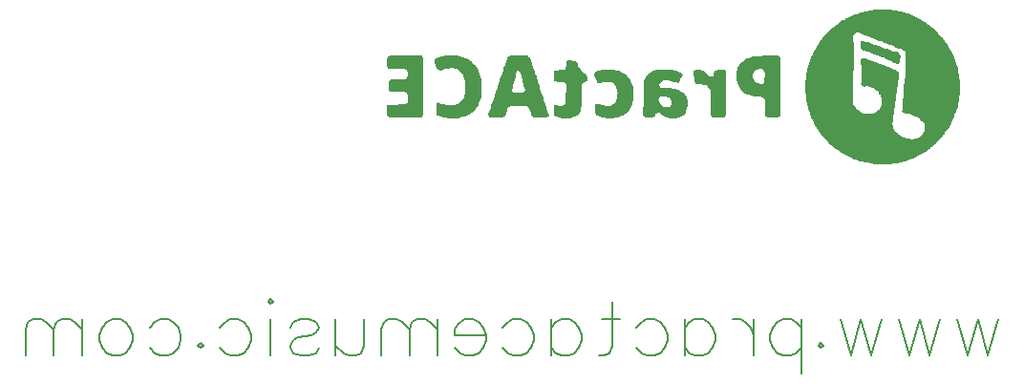
<source format=gbo>
G04 Layer: BottomSilkscreenLayer*
G04 EasyEDA v6.5.44, 2024-08-09 16:29:29*
G04 6a14bbe4783e4c45b3198a44848b54db,9d7ba2091113474d8fe43b4f46ca5270,10*
G04 Gerber Generator version 0.2*
G04 Scale: 100 percent, Rotated: No, Reflected: No *
G04 Dimensions in millimeters *
G04 leading zeros omitted , absolute positions ,4 integer and 5 decimal *
%FSLAX45Y45*%
%MOMM*%

%ADD10C,0.2030*%

%LPD*%
G36*
X8445804Y2779217D02*
G01*
X8431834Y2779064D01*
X8405926Y2778048D01*
X8394293Y2777236D01*
X8383778Y2776220D01*
X8374583Y2775051D01*
X8355939Y2771444D01*
X8279688Y2758084D01*
X8266734Y2755442D01*
X8256422Y2752750D01*
X8247430Y2749651D01*
X8238439Y2745841D01*
X8227314Y2740761D01*
X8221268Y2738272D01*
X8216087Y2736392D01*
X8212480Y2735326D01*
X8206384Y2733954D01*
X8200034Y2732227D01*
X8187334Y2728010D01*
X8181390Y2725674D01*
X8176006Y2723286D01*
X8171383Y2720949D01*
X8162696Y2715818D01*
X8155889Y2712466D01*
X8148218Y2709062D01*
X8127441Y2701290D01*
X8119364Y2697835D01*
X8114030Y2694635D01*
X8105749Y2687980D01*
X8100263Y2684475D01*
X8093557Y2680563D01*
X8079130Y2672740D01*
X8072272Y2668524D01*
X8066481Y2664510D01*
X8059216Y2658160D01*
X8054644Y2654554D01*
X8039404Y2644698D01*
X8034680Y2641346D01*
X8030768Y2638145D01*
X8025790Y2632964D01*
X8022640Y2630119D01*
X8019135Y2627325D01*
X8009432Y2620619D01*
X8004454Y2616657D01*
X7991957Y2605481D01*
X7974685Y2588869D01*
X7951317Y2565400D01*
X7924139Y2537358D01*
X7919974Y2532532D01*
X7916925Y2528519D01*
X7914284Y2523591D01*
X7911998Y2520289D01*
X7901533Y2507996D01*
X7897317Y2502357D01*
X7893354Y2496362D01*
X7887411Y2485694D01*
X7882585Y2477922D01*
X7881162Y2476144D01*
X7878978Y2473960D01*
X7873542Y2466898D01*
X7867548Y2457602D01*
X7862011Y2447594D01*
X7857134Y2437536D01*
X7854238Y2432354D01*
X7851343Y2427884D01*
X7846669Y2421991D01*
X7844078Y2417978D01*
X7841234Y2413050D01*
X7835646Y2401824D01*
X7833207Y2396286D01*
X7831277Y2391257D01*
X7830007Y2387092D01*
X7828991Y2384501D01*
X7827213Y2380894D01*
X7819644Y2368753D01*
X7817256Y2364486D01*
X7812938Y2354935D01*
X7809128Y2343759D01*
X7803997Y2324455D01*
X7798308Y2307437D01*
X7792466Y2292096D01*
X7787944Y2279040D01*
X7784084Y2265832D01*
X7780832Y2252370D01*
X7778140Y2238298D01*
X7775905Y2223363D01*
X7774178Y2209495D01*
X7766659Y2159304D01*
X7765186Y2146858D01*
X7763154Y2121966D01*
X7762290Y2097176D01*
X7762290Y2084832D01*
X7762595Y2072436D01*
X7763154Y2060092D01*
X7764018Y2047748D01*
X7766608Y2023059D01*
X7774253Y1973325D01*
X8184083Y1973325D01*
X8184337Y1980387D01*
X8184997Y1987448D01*
X8186724Y1999132D01*
X8187436Y2008987D01*
X8188045Y2024329D01*
X8188909Y2077008D01*
X8190992Y2394813D01*
X8190941Y2444038D01*
X8190382Y2473756D01*
X8189010Y2516073D01*
X8189163Y2528214D01*
X8189823Y2538018D01*
X8192617Y2557475D01*
X8198408Y2562809D01*
X8201456Y2565146D01*
X8205470Y2567482D01*
X8209940Y2569514D01*
X8214309Y2571089D01*
X8227059Y2574493D01*
X8230108Y2574594D01*
X8234070Y2574036D01*
X8238845Y2572918D01*
X8244128Y2571242D01*
X8255508Y2566670D01*
X8261096Y2563876D01*
X8270849Y2558237D01*
X8279536Y2553817D01*
X8289137Y2550058D01*
X8301075Y2546400D01*
X8314690Y2542540D01*
X8321141Y2540304D01*
X8326881Y2537968D01*
X8331250Y2535834D01*
X8341868Y2529992D01*
X8350808Y2525928D01*
X8360359Y2522778D01*
X8382660Y2517038D01*
X8391652Y2513990D01*
X8400186Y2510434D01*
X8417458Y2501849D01*
X8426602Y2498039D01*
X8436356Y2494635D01*
X8460181Y2487930D01*
X8469223Y2485034D01*
X8474710Y2482646D01*
X8479180Y2478887D01*
X8482482Y2476906D01*
X8492236Y2472334D01*
X8503767Y2467914D01*
X8509304Y2466187D01*
X8520582Y2463444D01*
X8530996Y2460498D01*
X8535466Y2458821D01*
X8539632Y2456942D01*
X8548014Y2452217D01*
X8556955Y2446426D01*
X8566099Y2441549D01*
X8570976Y2439466D01*
X8576056Y2437587D01*
X8587282Y2434386D01*
X8599474Y2431440D01*
X8606637Y2429205D01*
X8622385Y2423464D01*
X8636050Y2417521D01*
X8640724Y2415032D01*
X8643162Y2413203D01*
X8646210Y2408478D01*
X8650122Y2401519D01*
X8654643Y2392883D01*
X8654338Y2336901D01*
X8653526Y2307742D01*
X8651087Y2265019D01*
X8649055Y2217318D01*
X8647379Y2192680D01*
X8637981Y2091893D01*
X8634882Y2051964D01*
X8626754Y1932228D01*
X8624265Y1904644D01*
X8621877Y1883918D01*
X8621471Y1877923D01*
X8622284Y1872792D01*
X8624316Y1868525D01*
X8627719Y1864969D01*
X8632647Y1862023D01*
X8639149Y1859686D01*
X8647379Y1857806D01*
X8665718Y1855063D01*
X8674506Y1853336D01*
X8682786Y1851304D01*
X8737295Y1833168D01*
X8745982Y1829612D01*
X8752840Y1826006D01*
X8758783Y1821942D01*
X8777528Y1808327D01*
X8782151Y1804466D01*
X8788196Y1798472D01*
X8794902Y1791055D01*
X8801658Y1782927D01*
X8817051Y1763471D01*
X8819184Y1750669D01*
X8820048Y1744014D01*
X8820505Y1736902D01*
X8820607Y1729536D01*
X8820302Y1722120D01*
X8819692Y1714957D01*
X8818727Y1708251D01*
X8817406Y1702206D01*
X8815832Y1697126D01*
X8813749Y1692554D01*
X8810853Y1687525D01*
X8807348Y1682191D01*
X8803284Y1676704D01*
X8798814Y1671167D01*
X8789009Y1660347D01*
X8783878Y1655368D01*
X8778748Y1650796D01*
X8773718Y1646783D01*
X8768994Y1643430D01*
X8764524Y1640890D01*
X8759545Y1638757D01*
X8753246Y1636674D01*
X8745982Y1634693D01*
X8738158Y1632864D01*
X8730132Y1631289D01*
X8722309Y1630121D01*
X8715044Y1629359D01*
X8708796Y1629054D01*
X8702141Y1629257D01*
X8687562Y1630629D01*
X8672372Y1633118D01*
X8657691Y1636369D01*
X8644788Y1640179D01*
X8639352Y1642262D01*
X8634831Y1644294D01*
X8616137Y1655724D01*
X8605621Y1661566D01*
X8600084Y1665274D01*
X8594902Y1669237D01*
X8587232Y1676247D01*
X8580932Y1681581D01*
X8576919Y1684426D01*
X8574074Y1687169D01*
X8567470Y1694789D01*
X8560054Y1703933D01*
X8550656Y1715058D01*
X8548166Y1718767D01*
X8545931Y1722932D01*
X8543899Y1727606D01*
X8542070Y1732686D01*
X8540445Y1738223D01*
X8539022Y1744268D01*
X8535619Y1763725D01*
X8541258Y1798421D01*
X8542934Y1810969D01*
X8544204Y1822856D01*
X8544915Y1832610D01*
X8545118Y1841246D01*
X8545931Y1853793D01*
X8547455Y1868779D01*
X8549487Y1884781D01*
X8551875Y1900580D01*
X8554466Y1914804D01*
X8557666Y1930501D01*
X8560460Y1947468D01*
X8563559Y1969312D01*
X8566912Y1996287D01*
X8574786Y2065883D01*
X8578138Y2091029D01*
X8579916Y2101291D01*
X8584031Y2121814D01*
X8585860Y2132787D01*
X8589619Y2160930D01*
X8594090Y2201824D01*
X8590381Y2220823D01*
X8588248Y2228799D01*
X8587486Y2230374D01*
X8585352Y2231491D01*
X8573566Y2236165D01*
X8558326Y2241753D01*
X8546236Y2246680D01*
X8537498Y2250948D01*
X8534603Y2252776D01*
X8532825Y2254250D01*
X8532215Y2255469D01*
X8531250Y2256586D01*
X8526983Y2258466D01*
X8517534Y2261768D01*
X8500922Y2267204D01*
X8492744Y2270099D01*
X8484819Y2273300D01*
X8478113Y2276348D01*
X8469122Y2281478D01*
X8463026Y2284272D01*
X8456066Y2287066D01*
X8422894Y2297938D01*
X8410803Y2302459D01*
X8406231Y2304389D01*
X8402624Y2306167D01*
X8397189Y2309266D01*
X8393023Y2311095D01*
X8381593Y2315260D01*
X8367369Y2319629D01*
X8341309Y2326741D01*
X8328710Y2330958D01*
X8318093Y2334920D01*
X8314690Y2336495D01*
X8311540Y2338425D01*
X8303463Y2341778D01*
X8283752Y2348738D01*
X8273542Y2346096D01*
X8263636Y2343251D01*
X8258505Y2340254D01*
X8256574Y2335276D01*
X8256371Y2323236D01*
X8257540Y2302256D01*
X8259572Y2277922D01*
X8260334Y2265883D01*
X8261299Y2237384D01*
X8261553Y2206040D01*
X8261096Y2175662D01*
X8260029Y2149957D01*
X8259318Y2140000D01*
X8258403Y2132685D01*
X8255101Y2118664D01*
X8258251Y2113483D01*
X8261350Y2109419D01*
X8265566Y2105507D01*
X8271002Y2101697D01*
X8277707Y2097938D01*
X8281212Y2096465D01*
X8284972Y2095855D01*
X8290001Y2096007D01*
X8303107Y2097532D01*
X8308492Y2097735D01*
X8313928Y2097379D01*
X8319820Y2096363D01*
X8326475Y2094636D01*
X8334451Y2092096D01*
X8377529Y2075789D01*
X8401202Y2054555D01*
X8410295Y2045665D01*
X8411616Y2043887D01*
X8412327Y2042363D01*
X8417255Y2034895D01*
X8424672Y2024583D01*
X8427770Y2019960D01*
X8430260Y2015743D01*
X8432292Y2011680D01*
X8433968Y2007362D01*
X8435390Y2002637D01*
X8438184Y1990496D01*
X8439353Y1983689D01*
X8440064Y1976526D01*
X8440470Y1969058D01*
X8440470Y1961388D01*
X8440115Y1953768D01*
X8439454Y1946249D01*
X8438489Y1938934D01*
X8437219Y1932076D01*
X8435644Y1925675D01*
X8433765Y1919986D01*
X8431682Y1915058D01*
X8429345Y1911096D01*
X8421116Y1899818D01*
X8413953Y1890979D01*
X8407755Y1884425D01*
X8404961Y1881936D01*
X8391194Y1871624D01*
X8384286Y1865985D01*
X8380425Y1863445D01*
X8376310Y1861210D01*
X8371789Y1859280D01*
X8366759Y1857603D01*
X8361222Y1856181D01*
X8355025Y1854911D01*
X8348065Y1853793D01*
X8335772Y1852574D01*
X8322868Y1852269D01*
X8309762Y1852828D01*
X8296960Y1854098D01*
X8284921Y1856079D01*
X8274100Y1858721D01*
X8269325Y1860296D01*
X8265058Y1861972D01*
X8261299Y1863750D01*
X8242858Y1876247D01*
X8229600Y1885543D01*
X8223656Y1890420D01*
X8218779Y1895093D01*
X8215375Y1899208D01*
X8208619Y1908505D01*
X8200237Y1919325D01*
X8196935Y1923999D01*
X8193938Y1929079D01*
X8191347Y1934565D01*
X8189163Y1940407D01*
X8187334Y1946554D01*
X8185912Y1952955D01*
X8184896Y1959559D01*
X8184286Y1966366D01*
X8184083Y1973325D01*
X7774253Y1973325D01*
X7778902Y1941779D01*
X7781239Y1928977D01*
X7783931Y1917242D01*
X7787030Y1906270D01*
X7790637Y1895551D01*
X7798308Y1876247D01*
X7801660Y1866950D01*
X7804556Y1858162D01*
X7808264Y1844751D01*
X7811312Y1834794D01*
X7812887Y1830527D01*
X7816697Y1822399D01*
X7824774Y1807972D01*
X7828025Y1801164D01*
X7831226Y1793748D01*
X7836916Y1779270D01*
X7840268Y1772056D01*
X7843875Y1765554D01*
X7850631Y1755546D01*
X7857744Y1743506D01*
X7863586Y1731924D01*
X7867345Y1725574D01*
X7871358Y1719427D01*
X7883245Y1703476D01*
X7893558Y1687271D01*
X7897469Y1681734D01*
X7901584Y1676400D01*
X7909001Y1668018D01*
X7915402Y1660194D01*
X7919008Y1654962D01*
X7924800Y1647698D01*
X7933131Y1637995D01*
X7954009Y1615033D01*
X7964779Y1603705D01*
X7974634Y1593697D01*
X7982610Y1585976D01*
X7990078Y1579473D01*
X7998510Y1571752D01*
X8004098Y1566214D01*
X8010855Y1561134D01*
X8017611Y1557121D01*
X8021878Y1554073D01*
X8026349Y1550517D01*
X8034985Y1542999D01*
X8040268Y1539036D01*
X8045754Y1535430D01*
X8055609Y1529892D01*
X8060639Y1526743D01*
X8065312Y1523441D01*
X8073288Y1517142D01*
X8079536Y1513078D01*
X8086953Y1508760D01*
X8102092Y1500886D01*
X8108899Y1497076D01*
X8114334Y1493723D01*
X8122412Y1487525D01*
X8128762Y1483715D01*
X8137245Y1479600D01*
X8153501Y1472590D01*
X8164677Y1466799D01*
X8173415Y1461414D01*
X8181644Y1457045D01*
X8185962Y1455166D01*
X8196021Y1451660D01*
X8221573Y1444396D01*
X8227009Y1442466D01*
X8235340Y1438605D01*
X8244941Y1434693D01*
X8255812Y1431239D01*
X8268614Y1428140D01*
X8283956Y1425194D01*
X8302396Y1422247D01*
X8319973Y1419707D01*
X8336076Y1416862D01*
X8351570Y1413814D01*
X8362238Y1411274D01*
X8366506Y1409649D01*
X8374532Y1408074D01*
X8386876Y1406601D01*
X8402370Y1405382D01*
X8419846Y1404416D01*
X8438134Y1403908D01*
X8455101Y1403807D01*
X8482126Y1404416D01*
X8493658Y1405128D01*
X8504377Y1406144D01*
X8514638Y1407515D01*
X8524748Y1409242D01*
X8544763Y1413662D01*
X8569706Y1418336D01*
X8617458Y1426006D01*
X8631021Y1428699D01*
X8642146Y1431493D01*
X8651951Y1434744D01*
X8670290Y1442618D01*
X8683193Y1446987D01*
X8697518Y1451051D01*
X8709101Y1454708D01*
X8713673Y1456436D01*
X8721242Y1460042D01*
X8730996Y1466392D01*
X8736025Y1469186D01*
X8741867Y1472082D01*
X8765082Y1482445D01*
X8772499Y1486509D01*
X8778443Y1490675D01*
X8784844Y1495755D01*
X8788958Y1498346D01*
X8793124Y1500632D01*
X8800846Y1503934D01*
X8809431Y1508302D01*
X8818372Y1513738D01*
X8826601Y1519631D01*
X8833510Y1525168D01*
X8837980Y1528165D01*
X8852865Y1536649D01*
X8857843Y1539951D01*
X8862314Y1543405D01*
X8868613Y1549501D01*
X8872067Y1552448D01*
X8875623Y1555038D01*
X8881465Y1558594D01*
X8889085Y1564335D01*
X8899042Y1572717D01*
X8910320Y1582928D01*
X8922156Y1594104D01*
X8933586Y1605432D01*
X8943746Y1615998D01*
X8951722Y1624990D01*
X8957665Y1632559D01*
X8963456Y1638858D01*
X8967520Y1642313D01*
X8970467Y1645666D01*
X8980881Y1660042D01*
X8984742Y1665071D01*
X8988399Y1669338D01*
X8994343Y1675536D01*
X8998153Y1680413D01*
X9002318Y1686356D01*
X9010142Y1698701D01*
X9013952Y1704086D01*
X9017203Y1708200D01*
X9021927Y1713026D01*
X9025280Y1718056D01*
X9029141Y1724761D01*
X9037218Y1740458D01*
X9041485Y1748129D01*
X9045397Y1754581D01*
X9051290Y1762861D01*
X9054439Y1768398D01*
X9057538Y1774748D01*
X9065615Y1795170D01*
X9069628Y1804670D01*
X9072880Y1810969D01*
X9077604Y1817776D01*
X9079382Y1821027D01*
X9083141Y1829968D01*
X9087154Y1841906D01*
X9093301Y1863191D01*
X9095841Y1870608D01*
X9098686Y1877822D01*
X9103410Y1888286D01*
X9107068Y1897227D01*
X9110218Y1907032D01*
X9113062Y1918157D01*
X9115704Y1931263D01*
X9123578Y1981809D01*
X9135160Y2051659D01*
X9135160Y2129993D01*
X9117888Y2239975D01*
X9115552Y2252573D01*
X9112808Y2265019D01*
X9109659Y2276906D01*
X9106357Y2287625D01*
X9103004Y2296718D01*
X9098737Y2306421D01*
X9096146Y2313025D01*
X9093911Y2319578D01*
X9090101Y2333498D01*
X9085580Y2348484D01*
X9081058Y2360676D01*
X9078925Y2365451D01*
X9076893Y2369210D01*
X9070848Y2377643D01*
X9069070Y2380843D01*
X9067749Y2383739D01*
X9064904Y2391206D01*
X9059062Y2404719D01*
X9053525Y2415895D01*
X9050934Y2420366D01*
X9048597Y2423922D01*
X9043974Y2429560D01*
X9041587Y2433066D01*
X9039555Y2436571D01*
X9036913Y2443022D01*
X9032951Y2451354D01*
X9025940Y2464257D01*
X9024975Y2466492D01*
X9021165Y2471064D01*
X9015069Y2477871D01*
X9011361Y2482850D01*
X9007754Y2488336D01*
X9001607Y2499004D01*
X8998000Y2504287D01*
X8994343Y2509012D01*
X8988094Y2515412D01*
X8985300Y2518765D01*
X8983014Y2522016D01*
X8980678Y2526487D01*
X8977985Y2530602D01*
X8973362Y2536240D01*
X8966250Y2544013D01*
X8942578Y2568143D01*
X8913622Y2596743D01*
X8902954Y2606903D01*
X8894521Y2614574D01*
X8888171Y2620010D01*
X8883548Y2623362D01*
X8879179Y2626055D01*
X8872016Y2631948D01*
X8864498Y2639161D01*
X8859926Y2642870D01*
X8855252Y2646121D01*
X8847023Y2650896D01*
X8842603Y2653893D01*
X8838488Y2657144D01*
X8831935Y2663240D01*
X8828481Y2666187D01*
X8822232Y2670505D01*
X8804148Y2680055D01*
X8793480Y2686354D01*
X8780526Y2695346D01*
X8774023Y2698750D01*
X8765844Y2702407D01*
X8747404Y2709519D01*
X8739530Y2712974D01*
X8733485Y2716123D01*
X8726170Y2721152D01*
X8720074Y2723946D01*
X8711234Y2727198D01*
X8694013Y2732532D01*
X8672931Y2739847D01*
X8664854Y2743098D01*
X8657539Y2746603D01*
X8649258Y2750210D01*
X8640216Y2753156D01*
X8634933Y2754579D01*
X8621572Y2757373D01*
X8603234Y2760675D01*
X8562898Y2767228D01*
X8541308Y2771089D01*
X8537651Y2771952D01*
X8535365Y2772918D01*
X8531707Y2773883D01*
X8521039Y2775712D01*
X8506561Y2777185D01*
X8489289Y2778302D01*
X8474659Y2778861D01*
G37*
G36*
X8280400Y2498191D02*
G01*
X8265617Y2497023D01*
X8256778Y2496921D01*
X8253831Y2485339D01*
X8252764Y2480056D01*
X8252104Y2474468D01*
X8251799Y2468626D01*
X8251901Y2462682D01*
X8252358Y2456738D01*
X8253171Y2450947D01*
X8254339Y2445410D01*
X8255863Y2440279D01*
X8258505Y2433777D01*
X8261654Y2428240D01*
X8265414Y2423617D01*
X8269986Y2419756D01*
X8275472Y2416606D01*
X8282025Y2414016D01*
X8289848Y2411882D01*
X8305088Y2409037D01*
X8317738Y2406040D01*
X8329320Y2402535D01*
X8334044Y2400808D01*
X8337651Y2399233D01*
X8342325Y2396185D01*
X8349843Y2392375D01*
X8360409Y2388158D01*
X8373160Y2383840D01*
X8388858Y2378964D01*
X8398256Y2375458D01*
X8407146Y2371699D01*
X8421471Y2364638D01*
X8429904Y2361082D01*
X8438540Y2357780D01*
X8461654Y2350363D01*
X8469680Y2346909D01*
X8482888Y2339441D01*
X8486902Y2337409D01*
X8500567Y2331720D01*
X8516975Y2325522D01*
X8525459Y2321814D01*
X8533028Y2318004D01*
X8544102Y2311298D01*
X8550706Y2307691D01*
X8557666Y2304288D01*
X8579916Y2294686D01*
X8582558Y2293264D01*
X8586266Y2290876D01*
X8592921Y2299868D01*
X8596325Y2304897D01*
X8598509Y2309418D01*
X8599779Y2314498D01*
X8603183Y2342337D01*
X8605520Y2358034D01*
X8605977Y2363571D01*
X8605570Y2367127D01*
X8604453Y2369718D01*
X8601456Y2375408D01*
X8597747Y2383637D01*
X8593429Y2392019D01*
X8588552Y2397658D01*
X8582406Y2401062D01*
X8574227Y2402738D01*
X8555888Y2405430D01*
X8547608Y2407107D01*
X8540038Y2408986D01*
X8533180Y2411069D01*
X8527135Y2413254D01*
X8521954Y2415641D01*
X8514486Y2419959D01*
X8505088Y2423668D01*
X8491118Y2427681D01*
X8472170Y2432202D01*
X8460689Y2434640D01*
X8455914Y2435961D01*
X8450529Y2437892D01*
X8445246Y2440228D01*
X8431936Y2447340D01*
X8427364Y2449372D01*
X8417153Y2453081D01*
X8404758Y2456586D01*
X8390026Y2460193D01*
X8378698Y2463241D01*
X8370722Y2466086D01*
X8364321Y2469337D01*
X8357971Y2473350D01*
X8351672Y2476601D01*
X8346186Y2478227D01*
X8316925Y2485644D01*
X8302294Y2489657D01*
X8293100Y2492654D01*
X8290153Y2493924D01*
X8288172Y2495042D01*
X8285429Y2497378D01*
X8283295Y2498039D01*
G37*
G36*
X4635804Y2373528D02*
G01*
X4620768Y2373274D01*
X4605680Y2372410D01*
X4590948Y2371090D01*
X4576927Y2369261D01*
X4564024Y2367026D01*
X4552645Y2364435D01*
X4547616Y2362962D01*
X4536440Y2359152D01*
X4520641Y2354427D01*
X4506671Y2350820D01*
X4499356Y2348585D01*
X4492498Y2346198D01*
X4487011Y2343962D01*
X4475937Y2338933D01*
X4475937Y2325420D01*
X4476140Y2318156D01*
X4476953Y2312365D01*
X4478629Y2306929D01*
X4483862Y2295093D01*
X4486605Y2288032D01*
X4489246Y2280412D01*
X4493818Y2265222D01*
X4495952Y2258974D01*
X4498086Y2254046D01*
X4500372Y2250236D01*
X4503115Y2247188D01*
X4506468Y2244648D01*
X4510684Y2242362D01*
X4529328Y2234184D01*
X4535474Y2237790D01*
X4538522Y2239162D01*
X4543348Y2240889D01*
X4557217Y2244902D01*
X4574438Y2249322D01*
X4592523Y2253437D01*
X4608880Y2256637D01*
X4615637Y2257755D01*
X4620971Y2258364D01*
X4626864Y2258618D01*
X4633671Y2258415D01*
X4648301Y2257044D01*
X4655210Y2255977D01*
X4661204Y2254758D01*
X4665878Y2253437D01*
X4670348Y2251100D01*
X4686909Y2243886D01*
X4690922Y2241854D01*
X4694580Y2239619D01*
X4697984Y2237079D01*
X4701235Y2234184D01*
X4707940Y2226716D01*
X4714697Y2217928D01*
X4721453Y2209698D01*
X4726838Y2203653D01*
X4729022Y2200706D01*
X4730953Y2197455D01*
X4732680Y2193594D01*
X4734407Y2188819D01*
X4738268Y2175306D01*
X4742180Y2159406D01*
X4744974Y2146655D01*
X4747260Y2134463D01*
X4749088Y2122779D01*
X4750358Y2111400D01*
X4751171Y2100326D01*
X4751425Y2089353D01*
X4751171Y2078431D01*
X4750460Y2067509D01*
X4749190Y2056384D01*
X4747412Y2045004D01*
X4745075Y2033320D01*
X4742281Y2021128D01*
X4738928Y2008378D01*
X4735474Y1996693D01*
X4733899Y1992325D01*
X4732020Y1988312D01*
X4729581Y1984349D01*
X4726432Y1980031D01*
X4716881Y1969007D01*
X4701540Y1952802D01*
X4694224Y1946402D01*
X4690618Y1943862D01*
X4686909Y1941728D01*
X4682896Y1939848D01*
X4678426Y1938223D01*
X4667605Y1935225D01*
X4653178Y1932127D01*
X4641900Y1930247D01*
X4636363Y1929638D01*
X4624984Y1929130D01*
X4612538Y1929587D01*
X4598111Y1931060D01*
X4580890Y1933549D01*
X4560519Y1937054D01*
X4550968Y1938985D01*
X4542282Y1941017D01*
X4534458Y1943150D01*
X4527499Y1945335D01*
X4521352Y1947570D01*
X4516120Y1949957D01*
X4511700Y1952396D01*
X4504842Y1955495D01*
X4499864Y1954530D01*
X4496003Y1948891D01*
X4492447Y1937969D01*
X4491786Y1934464D01*
X4490872Y1922830D01*
X4490415Y1906981D01*
X4490415Y1889506D01*
X4490821Y1872996D01*
X4491736Y1860042D01*
X4493107Y1851964D01*
X4493920Y1848764D01*
X4495038Y1846021D01*
X4496562Y1843633D01*
X4498695Y1841601D01*
X4501642Y1839671D01*
X4505553Y1837893D01*
X4510633Y1836064D01*
X4525060Y1832000D01*
X4561840Y1822907D01*
X4574590Y1819960D01*
X4585462Y1817827D01*
X4595266Y1816354D01*
X4604969Y1815388D01*
X4615434Y1814830D01*
X4642205Y1814525D01*
X4660138Y1814728D01*
X4674717Y1815287D01*
X4686808Y1816354D01*
X4697374Y1818030D01*
X4707331Y1820367D01*
X4726584Y1826260D01*
X4745532Y1831035D01*
X4753102Y1833168D01*
X4759909Y1835404D01*
X4766106Y1837791D01*
X4771694Y1840331D01*
X4776774Y1843024D01*
X4781346Y1845919D01*
X4789728Y1852320D01*
X4793589Y1854962D01*
X4796688Y1856790D01*
X4800244Y1858060D01*
X4802886Y1859788D01*
X4810353Y1865934D01*
X4819497Y1874570D01*
X4829048Y1884324D01*
X4837531Y1893874D01*
X4843678Y1901901D01*
X4850739Y1911959D01*
X4853635Y1915668D01*
X4857394Y1919630D01*
X4859121Y1921865D01*
X4860899Y1924761D01*
X4862677Y1928317D01*
X4866640Y1938121D01*
X4877612Y1969719D01*
X4880406Y1976831D01*
X4884064Y1985060D01*
X4885537Y1988972D01*
X4888179Y1998370D01*
X4890465Y2009749D01*
X4892446Y2022856D01*
X4894021Y2037486D01*
X4895138Y2053437D01*
X4895850Y2070557D01*
X4896104Y2088540D01*
X4895850Y2107234D01*
X4895138Y2124405D01*
X4893970Y2140051D01*
X4892294Y2154275D01*
X4890109Y2167178D01*
X4887417Y2178710D01*
X4884267Y2189073D01*
X4875733Y2209647D01*
X4873802Y2214981D01*
X4870805Y2225141D01*
X4868722Y2231339D01*
X4866284Y2237486D01*
X4863642Y2243328D01*
X4860899Y2248763D01*
X4858207Y2253386D01*
X4855667Y2257145D01*
X4850790Y2262276D01*
X4847996Y2265934D01*
X4845354Y2270048D01*
X4840833Y2278532D01*
X4837887Y2283002D01*
X4834636Y2287168D01*
X4819650Y2302052D01*
X4811318Y2310993D01*
X4805527Y2316530D01*
X4800904Y2319934D01*
X4792573Y2324252D01*
X4788763Y2326741D01*
X4785156Y2329637D01*
X4779162Y2335174D01*
X4774742Y2338171D01*
X4769256Y2341270D01*
X4763109Y2344369D01*
X4756505Y2347264D01*
X4749850Y2349855D01*
X4743399Y2351989D01*
X4734102Y2354478D01*
X4723790Y2358339D01*
X4714544Y2362301D01*
X4710379Y2363774D01*
X4700524Y2366467D01*
X4689144Y2368854D01*
X4676698Y2370836D01*
X4663643Y2372309D01*
X4650435Y2373223D01*
G37*
G36*
X5251450Y2369566D02*
G01*
X5209641Y2369312D01*
X5178094Y2368854D01*
X5154523Y2368194D01*
X5131765Y2366822D01*
X5121757Y2346706D01*
X5116880Y2334869D01*
X5114391Y2326995D01*
X5111496Y2319629D01*
X5108041Y2313025D01*
X5103876Y2303221D01*
X5099507Y2290368D01*
X5094833Y2274214D01*
X5090972Y2259634D01*
X5087721Y2248763D01*
X5084267Y2238400D01*
X5080965Y2229764D01*
X5078069Y2223160D01*
X5074666Y2214016D01*
X5070906Y2202637D01*
X5067350Y2190445D01*
X5062677Y2172970D01*
X5056936Y2154478D01*
X5055057Y2149754D01*
X5050739Y2140813D01*
X5046624Y2129840D01*
X5042357Y2116175D01*
X5034991Y2088997D01*
X5032044Y2079193D01*
X5029250Y2070912D01*
X5026154Y2063394D01*
X5164531Y2063394D01*
X5164785Y2067102D01*
X5165547Y2072538D01*
X5168442Y2087270D01*
X5172506Y2104745D01*
X5177028Y2122220D01*
X5181396Y2136952D01*
X5183276Y2142388D01*
X5186324Y2149500D01*
X5187848Y2153767D01*
X5190947Y2165146D01*
X5194249Y2180488D01*
X5199430Y2209342D01*
X5203342Y2226360D01*
X5205069Y2231999D01*
X5206746Y2236216D01*
X5210403Y2243683D01*
X5211927Y2245969D01*
X5215026Y2249932D01*
X5225948Y2236622D01*
X5231028Y2229053D01*
X5235803Y2220366D01*
X5240172Y2210714D01*
X5244236Y2200046D01*
X5247843Y2188413D01*
X5251094Y2175865D01*
X5253939Y2162352D01*
X5259070Y2133904D01*
X5261457Y2122678D01*
X5263946Y2112721D01*
X5266791Y2103221D01*
X5270195Y2093315D01*
X5280609Y2065274D01*
X5270042Y2045766D01*
X5254294Y2042261D01*
X5245963Y2041194D01*
X5235346Y2040534D01*
X5222341Y2040178D01*
X5184394Y2040128D01*
X5178348Y2043887D01*
X5173421Y2047900D01*
X5169001Y2053183D01*
X5165801Y2058670D01*
X5164531Y2063394D01*
X5026154Y2063394D01*
X5019852Y2048764D01*
X5016296Y2038248D01*
X5012588Y2024786D01*
X5008981Y2010664D01*
X5005832Y1999792D01*
X5002580Y1989683D01*
X4999634Y1981606D01*
X4991658Y1963470D01*
X4988560Y1954072D01*
X4980025Y1921205D01*
X4977485Y1912213D01*
X4975301Y1905457D01*
X4971186Y1896567D01*
X4967478Y1887067D01*
X4962804Y1873961D01*
X4953203Y1844598D01*
X4959604Y1832000D01*
X4963261Y1826158D01*
X4964582Y1824634D01*
X4966004Y1824177D01*
X4969052Y1823720D01*
X4980076Y1823059D01*
X4997856Y1822602D01*
X5078018Y1822145D01*
X5097322Y1833270D01*
X5101437Y1835962D01*
X5104536Y1838858D01*
X5106873Y1842465D01*
X5108752Y1847291D01*
X5110480Y1853946D01*
X5116728Y1886153D01*
X5118912Y1895144D01*
X5121249Y1902155D01*
X5124043Y1907539D01*
X5127548Y1911705D01*
X5131968Y1915058D01*
X5137607Y1917903D01*
X5152898Y1923694D01*
X5297271Y1922983D01*
X5303672Y1917903D01*
X5309616Y1912213D01*
X5314797Y1905254D01*
X5319217Y1897024D01*
X5326837Y1876298D01*
X5328462Y1872843D01*
X5331358Y1864106D01*
X5336032Y1848307D01*
X5339080Y1840941D01*
X5342890Y1834845D01*
X5348173Y1828647D01*
X5353710Y1822704D01*
X5464098Y1822704D01*
X5473852Y1826463D01*
X5482386Y1830070D01*
X5487365Y1833372D01*
X5489752Y1837182D01*
X5490514Y1842566D01*
X5490413Y1846224D01*
X5489803Y1849221D01*
X5488635Y1851863D01*
X5482691Y1859889D01*
X5478881Y1867662D01*
X5475681Y1876704D01*
X5473496Y1886102D01*
X5470398Y1900885D01*
X5466334Y1916684D01*
X5462219Y1930146D01*
X5460390Y1934921D01*
X5455412Y1944471D01*
X5451754Y1953463D01*
X5448503Y1963470D01*
X5446064Y1973224D01*
X5442661Y1988210D01*
X5438394Y2003094D01*
X5433669Y2016556D01*
X5431282Y2022348D01*
X5426202Y2033422D01*
X5423408Y2041093D01*
X5420817Y2049424D01*
X5412638Y2082038D01*
X5408472Y2094890D01*
X5406237Y2100681D01*
X5398770Y2117090D01*
X5396230Y2123795D01*
X5394045Y2130704D01*
X5392420Y2137003D01*
X5388305Y2155291D01*
X5384139Y2170176D01*
X5379669Y2182723D01*
X5372150Y2199741D01*
X5369255Y2207869D01*
X5366410Y2217267D01*
X5357012Y2253183D01*
X5353202Y2264918D01*
X5348986Y2275078D01*
X5346446Y2280412D01*
X5343601Y2287168D01*
X5340604Y2295804D01*
X5337759Y2305405D01*
X5333238Y2324150D01*
X5329072Y2339238D01*
X5327548Y2343454D01*
X5322925Y2350262D01*
X5315661Y2358085D01*
X5308244Y2364536D01*
X5303113Y2367229D01*
X5300827Y2367584D01*
X5299354Y2368550D01*
X5296763Y2368905D01*
X5279644Y2369413D01*
G37*
G36*
X7438085Y2367229D02*
G01*
X7393990Y2367076D01*
X7363155Y2366467D01*
X7351166Y2365857D01*
X7340600Y2365044D01*
X7330897Y2363978D01*
X7321448Y2362606D01*
X7300772Y2358694D01*
X7277353Y2353868D01*
X7259878Y2349804D01*
X7247128Y2346198D01*
X7237730Y2342540D01*
X7233920Y2340559D01*
X7227214Y2336038D01*
X7201916Y2316124D01*
X7197191Y2311857D01*
X7187996Y2302103D01*
X7183831Y2297023D01*
X7180173Y2292045D01*
X7177176Y2287320D01*
X7164070Y2259025D01*
X7160412Y2249830D01*
X7157669Y2241042D01*
X7155738Y2231898D01*
X7154418Y2221636D01*
X7153554Y2209596D01*
X7153220Y2201570D01*
X7297318Y2201570D01*
X7304786Y2222652D01*
X7307630Y2228697D01*
X7310831Y2233574D01*
X7314590Y2237486D01*
X7319213Y2240737D01*
X7324852Y2243480D01*
X7331862Y2245918D01*
X7340447Y2248306D01*
X7350556Y2250592D01*
X7359599Y2251913D01*
X7367625Y2252319D01*
X7374737Y2251710D01*
X7381087Y2250135D01*
X7386675Y2247595D01*
X7391755Y2244039D01*
X7396276Y2239416D01*
X7398562Y2236571D01*
X7400290Y2233777D01*
X7401509Y2230424D01*
X7402322Y2225903D01*
X7402728Y2219553D01*
X7402931Y2210765D01*
X7402118Y2141270D01*
X7397089Y2133701D01*
X7391603Y2126488D01*
X7385964Y2122322D01*
X7378750Y2120493D01*
X7368590Y2120290D01*
X7362190Y2120900D01*
X7355230Y2122170D01*
X7348016Y2124049D01*
X7340853Y2126386D01*
X7333996Y2129078D01*
X7327747Y2132076D01*
X7322464Y2135174D01*
X7318400Y2138375D01*
X7314895Y2142236D01*
X7311491Y2147265D01*
X7308240Y2153158D01*
X7305294Y2159711D01*
X7302703Y2166620D01*
X7300620Y2173630D01*
X7299147Y2180539D01*
X7298334Y2187092D01*
X7297318Y2201570D01*
X7153220Y2201570D01*
X7152995Y2193290D01*
X7153300Y2175865D01*
X7153808Y2167839D01*
X7154570Y2160219D01*
X7155586Y2152954D01*
X7156856Y2146096D01*
X7158380Y2139594D01*
X7160158Y2133396D01*
X7162190Y2127605D01*
X7164527Y2122068D01*
X7168692Y2113584D01*
X7172248Y2104847D01*
X7175550Y2095652D01*
X7177836Y2090775D01*
X7180630Y2085898D01*
X7183932Y2080869D01*
X7187793Y2075789D01*
X7192213Y2070557D01*
X7197140Y2065223D01*
X7202678Y2059736D01*
X7215479Y2048357D01*
X7230668Y2036267D01*
X7235545Y2032863D01*
X7240422Y2029866D01*
X7244791Y2027580D01*
X7248042Y2026412D01*
X7258558Y2023465D01*
X7288682Y2013966D01*
X7300874Y2010765D01*
X7312659Y2008276D01*
X7324801Y2006498D01*
X7338009Y2005228D01*
X7363510Y2003806D01*
X7371994Y2003043D01*
X7378801Y2001977D01*
X7384288Y2000554D01*
X7388656Y1998624D01*
X7392314Y1996084D01*
X7395514Y1992833D01*
X7398613Y1988820D01*
X7403338Y1981962D01*
X7402728Y1894484D01*
X7402728Y1867916D01*
X7403185Y1850694D01*
X7403642Y1844802D01*
X7404353Y1840433D01*
X7405370Y1837283D01*
X7406589Y1834997D01*
X7408164Y1833372D01*
X7410094Y1832051D01*
X7415834Y1829104D01*
X7422184Y1826412D01*
X7425436Y1825396D01*
X7428941Y1824583D01*
X7437475Y1823466D01*
X7449058Y1822856D01*
X7465009Y1822551D01*
X7517282Y1822246D01*
X7535519Y1831543D01*
X7543088Y1836013D01*
X7544562Y1837232D01*
X7544968Y1852015D01*
X7545476Y1956104D01*
X7545578Y2185466D01*
X7545070Y2315667D01*
X7544765Y2343251D01*
X7544562Y2347264D01*
X7540548Y2351176D01*
X7521600Y2367229D01*
G37*
G36*
X4364380Y2367229D02*
G01*
X4080357Y2367026D01*
X4072128Y2363876D01*
X4067810Y2361946D01*
X4064609Y2359660D01*
X4062069Y2356459D01*
X4059478Y2351684D01*
X4055059Y2342540D01*
X4055313Y2278583D01*
X4059275Y2268169D01*
X4061053Y2264003D01*
X4062984Y2260498D01*
X4064762Y2258060D01*
X4066286Y2256942D01*
X4074871Y2254707D01*
X4078630Y2254300D01*
X4097274Y2253640D01*
X4126484Y2253183D01*
X4206443Y2252878D01*
X4216958Y2248560D01*
X4221124Y2246579D01*
X4224832Y2244140D01*
X4228033Y2241346D01*
X4230725Y2238044D01*
X4232960Y2234234D01*
X4234738Y2229967D01*
X4236110Y2225141D01*
X4236974Y2219706D01*
X4237431Y2213711D01*
X4237482Y2207056D01*
X4237126Y2199792D01*
X4236313Y2191816D01*
X4234434Y2180234D01*
X4231589Y2172258D01*
X4227372Y2167077D01*
X4221327Y2163775D01*
X4214317Y2161438D01*
X4207205Y2159812D01*
X4203141Y2159203D01*
X4192930Y2158492D01*
X4178757Y2158187D01*
X4092143Y2158898D01*
X4082440Y2153716D01*
X4077106Y2150414D01*
X4072077Y2146554D01*
X4073042Y2061565D01*
X4087114Y2050186D01*
X4208272Y2048357D01*
X4230217Y2037384D01*
X4238091Y2010003D01*
X4236161Y1955190D01*
X4232300Y1949348D01*
X4229862Y1946351D01*
X4226712Y1943912D01*
X4222445Y1941830D01*
X4216501Y1939696D01*
X4204614Y1935937D01*
X4101439Y1934921D01*
X4085336Y1934362D01*
X4074515Y1933549D01*
X4067454Y1932330D01*
X4064812Y1931517D01*
X4060494Y1929384D01*
X4057040Y1927352D01*
X4054195Y1843735D01*
X4063339Y1826869D01*
X4077157Y1824583D01*
X4086402Y1823974D01*
X4125518Y1823161D01*
X4204208Y1822754D01*
X4365396Y1822805D01*
X4375505Y1842770D01*
X4375302Y2234387D01*
X4374946Y2290622D01*
X4374489Y2327656D01*
X4373727Y2345994D01*
G37*
G36*
X5652922Y2325166D02*
G01*
X5641644Y2311552D01*
X5641441Y2281377D01*
X5641086Y2273198D01*
X5640527Y2266492D01*
X5639663Y2261108D01*
X5638444Y2256790D01*
X5636818Y2253234D01*
X5634736Y2250186D01*
X5632145Y2247392D01*
X5625693Y2241346D01*
X5577789Y2240178D01*
X5567578Y2239721D01*
X5559450Y2239111D01*
X5553049Y2238298D01*
X5548071Y2237232D01*
X5544312Y2235911D01*
X5541416Y2234184D01*
X5539079Y2232101D01*
X5535676Y2228494D01*
X5535930Y2183434D01*
X5536590Y2164232D01*
X5537200Y2157272D01*
X5538012Y2151837D01*
X5539079Y2147824D01*
X5540349Y2145030D01*
X5541873Y2143302D01*
X5544566Y2141982D01*
X5548782Y2140813D01*
X5554472Y2139746D01*
X5561380Y2138883D01*
X5569407Y2138172D01*
X5588203Y2137308D01*
X5626150Y2137308D01*
X5641848Y2119985D01*
X5640730Y1955190D01*
X5637377Y1949043D01*
X5633415Y1942998D01*
X5628640Y1937715D01*
X5623306Y1933549D01*
X5617768Y1930654D01*
X5611266Y1927910D01*
X5604459Y1924608D01*
X5598515Y1922424D01*
X5591556Y1921865D01*
X5582767Y1922983D01*
X5559552Y1928875D01*
X5550662Y1930552D01*
X5544261Y1930958D01*
X5540044Y1930095D01*
X5537708Y1928368D01*
X5535828Y1925523D01*
X5534304Y1921306D01*
X5533186Y1915668D01*
X5532374Y1908403D01*
X5531866Y1899412D01*
X5531662Y1888540D01*
X5532221Y1843735D01*
X5540400Y1835505D01*
X5542788Y1833575D01*
X5544870Y1832305D01*
X5548884Y1831339D01*
X5560110Y1828088D01*
X5574639Y1823313D01*
X5586730Y1819656D01*
X5597144Y1817116D01*
X5607456Y1815592D01*
X5619140Y1814830D01*
X5633720Y1814575D01*
X5677306Y1814626D01*
X5696966Y1820875D01*
X5708650Y1825345D01*
X5716778Y1829104D01*
X5725160Y1832406D01*
X5732475Y1834845D01*
X5735929Y1836826D01*
X5739231Y1839518D01*
X5762091Y1865579D01*
X5766358Y1872234D01*
X5769457Y1879701D01*
X5772099Y1889404D01*
X5775248Y1904644D01*
X5776417Y1912366D01*
X5777331Y1921002D01*
X5778093Y1931060D01*
X5779109Y1957933D01*
X5779770Y1997506D01*
X5780887Y2119376D01*
X5786678Y2125218D01*
X5792114Y2129332D01*
X5799378Y2133142D01*
X5807049Y2135886D01*
X5813450Y2137003D01*
X5815126Y2137460D01*
X5817514Y2138730D01*
X5820257Y2140610D01*
X5829655Y2148840D01*
X5833262Y2173376D01*
X5824016Y2196846D01*
X5820613Y2202535D01*
X5816092Y2206345D01*
X5808827Y2210104D01*
X5804103Y2212949D01*
X5798362Y2217318D01*
X5791962Y2222754D01*
X5785408Y2228900D01*
X5779160Y2235250D01*
X5773521Y2241499D01*
X5769051Y2247138D01*
X5762853Y2257348D01*
X5761482Y2259279D01*
X5760415Y2260295D01*
X5757672Y2263597D01*
X5754268Y2270302D01*
X5750255Y2280208D01*
X5743295Y2300427D01*
X5741162Y2306066D01*
X5739079Y2310333D01*
X5736894Y2313584D01*
X5734354Y2315972D01*
X5731154Y2317902D01*
X5727141Y2319528D01*
X5718505Y2322271D01*
X5711139Y2323795D01*
X5702147Y2324658D01*
X5689650Y2325014D01*
G37*
G36*
X6807453Y2246325D02*
G01*
X6802577Y2245614D01*
X6792163Y2243531D01*
X6784594Y2241702D01*
X6779564Y2239924D01*
X6776161Y2237689D01*
X6773316Y2234539D01*
X6768846Y2228646D01*
X6778701Y2145182D01*
X6788403Y2126945D01*
X6791401Y2122525D01*
X6794449Y2119172D01*
X6797700Y2116785D01*
X6801408Y2115312D01*
X6805675Y2114600D01*
X6810654Y2114600D01*
X6822236Y2115870D01*
X6827977Y2116124D01*
X6833768Y2116074D01*
X6839813Y2115616D01*
X6846214Y2114804D01*
X6860438Y2112010D01*
X6886702Y2105202D01*
X6895033Y2096770D01*
X6902754Y2087981D01*
X6906564Y2083104D01*
X6916928Y2068372D01*
X6919214Y2065578D01*
X6920839Y2062327D01*
X6922211Y2057552D01*
X6923328Y2050948D01*
X6924243Y2042160D01*
X6924954Y2030882D01*
X6925818Y1999234D01*
X6926122Y1953361D01*
X6926173Y1844446D01*
X6930593Y1835962D01*
X6934708Y1830171D01*
X6936740Y1827733D01*
X6941464Y1822704D01*
X7051395Y1822704D01*
X7063181Y1844192D01*
X7063181Y2228291D01*
X7049465Y2241042D01*
X6995363Y2240635D01*
X6986473Y2240229D01*
X6979056Y2239568D01*
X6973011Y2238654D01*
X6968185Y2237384D01*
X6964375Y2235708D01*
X6961479Y2233574D01*
X6959244Y2230932D01*
X6957618Y2227732D01*
X6956399Y2223922D01*
X6953605Y2211476D01*
X6951675Y2205228D01*
X6949135Y2199741D01*
X6945680Y2194102D01*
X6941667Y2188159D01*
X6914896Y2188159D01*
X6888937Y2214270D01*
X6882892Y2219858D01*
X6877253Y2224684D01*
X6871817Y2228850D01*
X6866483Y2232355D01*
X6861098Y2235301D01*
X6855510Y2237790D01*
X6849719Y2239822D01*
X6843471Y2241448D01*
X6836714Y2242820D01*
G37*
G36*
X6502247Y2246325D02*
G01*
X6492748Y2245969D01*
X6479641Y2245055D01*
X6450736Y2242261D01*
X6438950Y2240737D01*
X6427470Y2238552D01*
X6421018Y2236927D01*
X6415125Y2235098D01*
X6409842Y2233015D01*
X6404965Y2230678D01*
X6400444Y2228037D01*
X6396126Y2225040D01*
X6387744Y2218080D01*
X6377432Y2210511D01*
X6367526Y2204008D01*
X6363716Y2200757D01*
X6360871Y2197303D01*
X6356959Y2189886D01*
X6352489Y2182164D01*
X6347206Y2174290D01*
X6344158Y2169261D01*
X6341211Y2163876D01*
X6336030Y2152700D01*
X6333896Y2147214D01*
X6332118Y2141880D01*
X6330543Y2135682D01*
X6329629Y2127910D01*
X6328918Y2114753D01*
X6327952Y2064461D01*
X6327384Y1982419D01*
X6462369Y1982419D01*
X6465163Y1988007D01*
X6469278Y1995170D01*
X6473342Y2000504D01*
X6477762Y2004364D01*
X6482842Y2007158D01*
X6486956Y2008733D01*
X6491020Y2009952D01*
X6495084Y2010867D01*
X6499250Y2011375D01*
X6503568Y2011476D01*
X6508089Y2011222D01*
X6512915Y2010613D01*
X6523735Y2008124D01*
X6536537Y2004009D01*
X6543852Y2001367D01*
X6551625Y1998116D01*
X6558076Y1994712D01*
X6563309Y1990902D01*
X6567576Y1986483D01*
X6571081Y1981200D01*
X6573875Y1974900D01*
X6576212Y1967280D01*
X6578295Y1958136D01*
X6578498Y1954479D01*
X6577990Y1949957D01*
X6576771Y1944878D01*
X6574993Y1939543D01*
X6572808Y1934210D01*
X6570218Y1929130D01*
X6567474Y1924659D01*
X6564579Y1921002D01*
X6557975Y1914093D01*
X6543649Y1912010D01*
X6535826Y1911146D01*
X6528460Y1911045D01*
X6521602Y1911553D01*
X6515201Y1912772D01*
X6509207Y1914753D01*
X6503670Y1917344D01*
X6498488Y1920697D01*
X6493662Y1924761D01*
X6488480Y1930095D01*
X6483553Y1935734D01*
X6479032Y1941575D01*
X6475018Y1947519D01*
X6471513Y1953412D01*
X6468618Y1959203D01*
X6466433Y1964689D01*
X6465011Y1969820D01*
X6462369Y1982419D01*
X6327384Y1982419D01*
X6326581Y1843125D01*
X6332575Y1831695D01*
X6334810Y1828546D01*
X6337350Y1826260D01*
X6340652Y1824634D01*
X6345021Y1823618D01*
X6350863Y1823008D01*
X6368288Y1822704D01*
X6379464Y1822856D01*
X6400393Y1823923D01*
X6407607Y1824685D01*
X6420967Y1826717D01*
X6429146Y1838960D01*
X6436715Y1851710D01*
X6440932Y1857146D01*
X6448348Y1864207D01*
X6475577Y1862480D01*
X6493814Y1843989D01*
X6498894Y1839518D01*
X6503111Y1836216D01*
X6505905Y1834642D01*
X6513982Y1831797D01*
X6535521Y1823567D01*
X6542938Y1820976D01*
X6549542Y1818944D01*
X6555740Y1817370D01*
X6561988Y1816201D01*
X6576212Y1814728D01*
X6584950Y1814220D01*
X6594246Y1813966D01*
X6603492Y1814118D01*
X6612432Y1814677D01*
X6620814Y1815592D01*
X6628333Y1816811D01*
X6634683Y1818284D01*
X6639661Y1820011D01*
X6644995Y1823212D01*
X6653022Y1826818D01*
X6663537Y1831035D01*
X6668922Y1833778D01*
X6674205Y1837029D01*
X6679234Y1840687D01*
X6684111Y1844751D01*
X6688683Y1849120D01*
X6692950Y1853844D01*
X6696964Y1858822D01*
X6700520Y1864055D01*
X6703720Y1869490D01*
X6706514Y1875078D01*
X6723634Y1921916D01*
X6722414Y1978914D01*
X6718401Y1984400D01*
X6716623Y1987346D01*
X6712813Y1995627D01*
X6709613Y2004517D01*
X6707276Y2009597D01*
X6704685Y2014524D01*
X6696405Y2027428D01*
X6694728Y2030831D01*
X6691934Y2034082D01*
X6688836Y2037029D01*
X6678168Y2043074D01*
X6663181Y2052624D01*
X6648602Y2061616D01*
X6643420Y2064512D01*
X6639102Y2066645D01*
X6635242Y2068169D01*
X6631431Y2069388D01*
X6622135Y2071522D01*
X6610197Y2073706D01*
X6596532Y2075789D01*
X6581648Y2077669D01*
X6566153Y2079294D01*
X6550710Y2080615D01*
X6535928Y2081580D01*
X6522313Y2082088D01*
X6506464Y2082342D01*
X6499504Y2083003D01*
X6493713Y2084425D01*
X6487617Y2086864D01*
X6477101Y2091588D01*
X6469227Y2118156D01*
X6483096Y2132482D01*
X6487769Y2136851D01*
X6492087Y2140407D01*
X6496304Y2143302D01*
X6500520Y2145690D01*
X6504940Y2147620D01*
X6509715Y2149195D01*
X6514998Y2150567D01*
X6520891Y2151786D01*
X6526326Y2152497D01*
X6531711Y2152650D01*
X6537502Y2152243D01*
X6544259Y2151126D01*
X6552438Y2149297D01*
X6593738Y2138121D01*
X6608064Y2134616D01*
X6619849Y2132279D01*
X6640372Y2129637D01*
X6645656Y2138070D01*
X6648043Y2142337D01*
X6650634Y2147773D01*
X6653072Y2153666D01*
X6656984Y2164689D01*
X6659219Y2169769D01*
X6661505Y2174087D01*
X6665569Y2179574D01*
X6667804Y2183130D01*
X6670040Y2187194D01*
X6675932Y2200859D01*
X6671767Y2207209D01*
X6669430Y2210104D01*
X6666280Y2212949D01*
X6662623Y2215540D01*
X6654749Y2219655D01*
X6647484Y2223820D01*
X6642912Y2226919D01*
X6640322Y2228240D01*
X6633311Y2230882D01*
X6624269Y2233371D01*
X6613347Y2235758D01*
X6600748Y2237994D01*
X6586778Y2240026D01*
X6571640Y2241804D01*
X6555536Y2243328D01*
X6538722Y2244547D01*
G37*
G36*
X6026200Y2246071D02*
G01*
X6012484Y2245868D01*
X5998057Y2245156D01*
X5983325Y2244039D01*
X5968746Y2242515D01*
X5954674Y2240686D01*
X5941618Y2238552D01*
X5929884Y2236165D01*
X5919978Y2233574D01*
X5915761Y2232202D01*
X5907786Y2228748D01*
X5901690Y2224379D01*
X5896813Y2218639D01*
X5892596Y2210816D01*
X5888329Y2201468D01*
X5891123Y2193442D01*
X5892698Y2189530D01*
X5897473Y2179878D01*
X5902909Y2170430D01*
X5905855Y2164638D01*
X5914694Y2144064D01*
X5919063Y2135530D01*
X5923229Y2128824D01*
X5926378Y2125319D01*
X5927902Y2125116D01*
X5935167Y2125878D01*
X5946190Y2127910D01*
X5958738Y2130704D01*
X5971235Y2133803D01*
X5978448Y2135174D01*
X5994247Y2137308D01*
X6002223Y2138019D01*
X6009944Y2138426D01*
X6017056Y2138527D01*
X6023254Y2138324D01*
X6029350Y2137765D01*
X6035040Y2136902D01*
X6040424Y2135733D01*
X6045454Y2134260D01*
X6050127Y2132431D01*
X6054598Y2130298D01*
X6058712Y2127758D01*
X6062624Y2124862D01*
X6066332Y2121560D01*
X6069787Y2117852D01*
X6073038Y2113686D01*
X6076188Y2109114D01*
X6079134Y2104034D01*
X6081979Y2098446D01*
X6087414Y2085848D01*
X6094933Y2066645D01*
X6096152Y2062988D01*
X6097168Y2058212D01*
X6097879Y2052523D01*
X6098692Y2039112D01*
X6098540Y2024329D01*
X6097524Y2009749D01*
X6096660Y2003043D01*
X6095593Y1996948D01*
X6094272Y1991715D01*
X6092190Y1985467D01*
X6089396Y1978406D01*
X6082538Y1963623D01*
X6078931Y1956765D01*
X6075476Y1950770D01*
X6072428Y1946097D01*
X6069939Y1943252D01*
X6066891Y1941017D01*
X6062472Y1938426D01*
X6057239Y1935683D01*
X6039510Y1927606D01*
X6036056Y1925472D01*
X6032144Y1924557D01*
X6026810Y1923897D01*
X6020460Y1923542D01*
X6013500Y1923542D01*
X6006236Y1923846D01*
X5999124Y1924557D01*
X5992469Y1925574D01*
X5974130Y1929384D01*
X5955792Y1933600D01*
X5940755Y1937512D01*
X5935472Y1939086D01*
X5932170Y1940306D01*
X5929376Y1941068D01*
X5925058Y1941626D01*
X5919876Y1941880D01*
X5900826Y1941169D01*
X5898388Y1935378D01*
X5897321Y1931009D01*
X5896559Y1923745D01*
X5896152Y1913331D01*
X5896000Y1869389D01*
X5901740Y1857603D01*
X5904280Y1852980D01*
X5907024Y1848764D01*
X5910021Y1845106D01*
X5913272Y1841855D01*
X5916828Y1839112D01*
X5920689Y1836775D01*
X5924804Y1834896D01*
X5961786Y1823923D01*
X5974994Y1820519D01*
X5987846Y1817827D01*
X6000496Y1815795D01*
X6013043Y1814423D01*
X6025489Y1813763D01*
X6037478Y1813712D01*
X6049822Y1814322D01*
X6062421Y1815388D01*
X6074359Y1816912D01*
X6084773Y1818741D01*
X6092850Y1820722D01*
X6104686Y1825040D01*
X6134455Y1834235D01*
X6140297Y1836369D01*
X6145022Y1838401D01*
X6148882Y1840382D01*
X6152134Y1842414D01*
X6166002Y1852879D01*
X6172606Y1857451D01*
X6176772Y1860905D01*
X6181140Y1864969D01*
X6190081Y1874520D01*
X6194450Y1879701D01*
X6202375Y1890166D01*
X6205728Y1895195D01*
X6208522Y1899869D01*
X6210604Y1904085D01*
X6213297Y1911756D01*
X6218631Y1924151D01*
X6223914Y1935022D01*
X6227419Y1943354D01*
X6230416Y1952091D01*
X6232855Y1961388D01*
X6234785Y1971497D01*
X6236309Y1982724D01*
X6237478Y1995322D01*
X6238290Y2009495D01*
X6238798Y2025954D01*
X6238798Y2042871D01*
X6238240Y2058771D01*
X6237173Y2073198D01*
X6235598Y2085593D01*
X6234684Y2090877D01*
X6230721Y2105456D01*
X6229553Y2112416D01*
X6228334Y2115362D01*
X6226606Y2118766D01*
X6222187Y2125929D01*
X6219952Y2130094D01*
X6218072Y2134209D01*
X6215481Y2141474D01*
X6211112Y2151126D01*
X6202578Y2167382D01*
X6198565Y2171903D01*
X6183579Y2187194D01*
X6179210Y2192121D01*
X6176264Y2195931D01*
X6175197Y2198116D01*
X6174943Y2199335D01*
X6174232Y2200503D01*
X6173216Y2201519D01*
X6160770Y2208174D01*
X6137452Y2221941D01*
X6125718Y2229307D01*
X6119215Y2232558D01*
X6112052Y2234946D01*
X6102604Y2237282D01*
X6089954Y2239772D01*
X6075019Y2242058D01*
X6059373Y2244039D01*
X6044539Y2245461D01*
X6032652Y2246020D01*
G37*
D10*
X9474200Y30226D02*
G01*
X9382759Y-290068D01*
X9291320Y30226D02*
G01*
X9382759Y-290068D01*
X9291320Y30226D02*
G01*
X9199625Y-290068D01*
X9108186Y30226D02*
G01*
X9199625Y-290068D01*
X8957309Y30226D02*
G01*
X8865870Y-290068D01*
X8774175Y30226D02*
G01*
X8865870Y-290068D01*
X8774175Y30226D02*
G01*
X8682736Y-290068D01*
X8591295Y30226D02*
G01*
X8682736Y-290068D01*
X8440420Y30226D02*
G01*
X8348979Y-290068D01*
X8257286Y30226D02*
G01*
X8348979Y-290068D01*
X8257286Y30226D02*
G01*
X8165845Y-290068D01*
X8074406Y30226D02*
G01*
X8165845Y-290068D01*
X7900670Y-175768D02*
G01*
X7923529Y-198628D01*
X7900670Y-221487D01*
X7877809Y-198628D01*
X7900670Y-175768D01*
X7726679Y30226D02*
G01*
X7726679Y-450087D01*
X7726679Y-38354D02*
G01*
X7680959Y7365D01*
X7635240Y30226D01*
X7566659Y30226D01*
X7520940Y7365D01*
X7475220Y-38354D01*
X7452359Y-107187D01*
X7452359Y-152907D01*
X7475220Y-221487D01*
X7520940Y-267207D01*
X7566659Y-290068D01*
X7635240Y-290068D01*
X7680959Y-267207D01*
X7726679Y-221487D01*
X7301229Y30226D02*
G01*
X7301229Y-290068D01*
X7301229Y-107187D02*
G01*
X7278370Y-38354D01*
X7232650Y7365D01*
X7186929Y30226D01*
X7118350Y30226D01*
X6692900Y30226D02*
G01*
X6692900Y-290068D01*
X6692900Y-38354D02*
G01*
X6738620Y7365D01*
X6784340Y30226D01*
X6852920Y30226D01*
X6898640Y7365D01*
X6944359Y-38354D01*
X6967474Y-107187D01*
X6967474Y-152907D01*
X6944359Y-221487D01*
X6898640Y-267207D01*
X6852920Y-290068D01*
X6784340Y-290068D01*
X6738620Y-267207D01*
X6692900Y-221487D01*
X6267450Y-38354D02*
G01*
X6313170Y7365D01*
X6358890Y30226D01*
X6427470Y30226D01*
X6473190Y7365D01*
X6519163Y-38354D01*
X6542024Y-107187D01*
X6542024Y-152907D01*
X6519163Y-221487D01*
X6473190Y-267207D01*
X6427470Y-290068D01*
X6358890Y-290068D01*
X6313170Y-267207D01*
X6267450Y-221487D01*
X6047993Y190245D02*
G01*
X6047993Y-198628D01*
X6024879Y-267207D01*
X5979159Y-290068D01*
X5933440Y-290068D01*
X6116574Y30226D02*
G01*
X5956300Y30226D01*
X5507990Y30226D02*
G01*
X5507990Y-290068D01*
X5507990Y-38354D02*
G01*
X5553709Y7365D01*
X5599684Y30226D01*
X5668263Y30226D01*
X5713984Y7365D01*
X5759704Y-38354D01*
X5782563Y-107187D01*
X5782563Y-152907D01*
X5759704Y-221487D01*
X5713984Y-267207D01*
X5668263Y-290068D01*
X5599684Y-290068D01*
X5553709Y-267207D01*
X5507990Y-221487D01*
X5082540Y-38354D02*
G01*
X5128513Y7365D01*
X5174234Y30226D01*
X5242813Y30226D01*
X5288534Y7365D01*
X5334254Y-38354D01*
X5357113Y-107187D01*
X5357113Y-152907D01*
X5334254Y-221487D01*
X5288534Y-267207D01*
X5242813Y-290068D01*
X5174234Y-290068D01*
X5128513Y-267207D01*
X5082540Y-221487D01*
X4931663Y-107187D02*
G01*
X4657090Y-107187D01*
X4657090Y-61213D01*
X4680204Y-15494D01*
X4703063Y7365D01*
X4748784Y30226D01*
X4817363Y30226D01*
X4863084Y7365D01*
X4908804Y-38354D01*
X4931663Y-107187D01*
X4931663Y-152907D01*
X4908804Y-221487D01*
X4863084Y-267207D01*
X4817363Y-290068D01*
X4748784Y-290068D01*
X4703063Y-267207D01*
X4657090Y-221487D01*
X4506213Y30226D02*
G01*
X4506213Y-290068D01*
X4506213Y-61213D02*
G01*
X4437634Y7365D01*
X4391913Y30226D01*
X4323334Y30226D01*
X4277613Y7365D01*
X4254754Y-61213D01*
X4254754Y-290068D01*
X4254754Y-61213D02*
G01*
X4185920Y7365D01*
X4140200Y30226D01*
X4071620Y30226D01*
X4025900Y7365D01*
X4003040Y-61213D01*
X4003040Y-290068D01*
X3852163Y30226D02*
G01*
X3852163Y-198628D01*
X3829304Y-267207D01*
X3783584Y-290068D01*
X3714750Y-290068D01*
X3669029Y-267207D01*
X3600450Y-198628D01*
X3600450Y30226D02*
G01*
X3600450Y-290068D01*
X3197859Y-38354D02*
G01*
X3220720Y7365D01*
X3289300Y30226D01*
X3358134Y30226D01*
X3426713Y7365D01*
X3449574Y-38354D01*
X3426713Y-84073D01*
X3380993Y-107187D01*
X3266440Y-130047D01*
X3220720Y-152907D01*
X3197859Y-198628D01*
X3197859Y-221487D01*
X3220720Y-267207D01*
X3289300Y-290068D01*
X3358134Y-290068D01*
X3426713Y-267207D01*
X3449574Y-221487D01*
X3046984Y190245D02*
G01*
X3024124Y167386D01*
X3001263Y190245D01*
X3024124Y213105D01*
X3046984Y190245D01*
X3024124Y30226D02*
G01*
X3024124Y-290068D01*
X2575813Y-38354D02*
G01*
X2621534Y7365D01*
X2667254Y30226D01*
X2735834Y30226D01*
X2781554Y7365D01*
X2827274Y-38354D01*
X2850388Y-107187D01*
X2850388Y-152907D01*
X2827274Y-221487D01*
X2781554Y-267207D01*
X2735834Y-290068D01*
X2667254Y-290068D01*
X2621534Y-267207D01*
X2575813Y-221487D01*
X2402077Y-175768D02*
G01*
X2424938Y-198628D01*
X2402077Y-221487D01*
X2379218Y-198628D01*
X2402077Y-175768D01*
X1953768Y-38354D02*
G01*
X1999488Y7365D01*
X2045208Y30226D01*
X2113788Y30226D01*
X2159508Y7365D01*
X2205227Y-38354D01*
X2228088Y-107187D01*
X2228088Y-152907D01*
X2205227Y-221487D01*
X2159508Y-267207D01*
X2113788Y-290068D01*
X2045208Y-290068D01*
X1999488Y-267207D01*
X1953768Y-221487D01*
X1688337Y30226D02*
G01*
X1734057Y7365D01*
X1779778Y-38354D01*
X1802637Y-107187D01*
X1802637Y-152907D01*
X1779778Y-221487D01*
X1734057Y-267207D01*
X1688337Y-290068D01*
X1619757Y-290068D01*
X1574037Y-267207D01*
X1528318Y-221487D01*
X1505457Y-152907D01*
X1505457Y-107187D01*
X1528318Y-38354D01*
X1574037Y7365D01*
X1619757Y30226D01*
X1688337Y30226D01*
X1354328Y30226D02*
G01*
X1354328Y-290068D01*
X1354328Y-61213D02*
G01*
X1285747Y7365D01*
X1240028Y30226D01*
X1171447Y30226D01*
X1125728Y7365D01*
X1102868Y-61213D01*
X1102868Y-290068D01*
X1102868Y-61213D02*
G01*
X1034287Y7365D01*
X988313Y30226D01*
X919734Y30226D01*
X874013Y7365D01*
X851154Y-61213D01*
X851154Y-290068D01*
M02*

</source>
